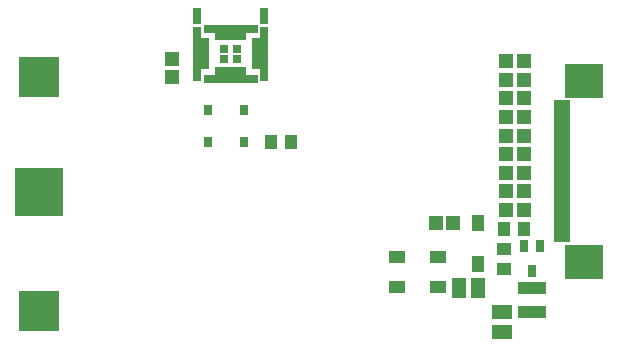
<source format=gtp>
G04*
G04 #@! TF.GenerationSoftware,Altium Limited,Altium Designer,25.2.1 (25)*
G04*
G04 Layer_Color=8421504*
%FSLAX44Y44*%
%MOMM*%
G71*
G04*
G04 #@! TF.SameCoordinates,08FEDEBF-EFD6-4BB9-9F50-9E33F9D93CBE*
G04*
G04*
G04 #@! TF.FilePolarity,Positive*
G04*
G01*
G75*
%ADD14R,4.1600X4.1600*%
%ADD15R,3.3800X3.3800*%
%ADD16R,1.1000X1.2000*%
G04:AMPARAMS|DCode=17|XSize=1.15mm|YSize=1.15mm|CornerRadius=0mm|HoleSize=0mm|Usage=FLASHONLY|Rotation=270.000|XOffset=0mm|YOffset=0mm|HoleType=Round|Shape=RoundedRectangle|*
%AMROUNDEDRECTD17*
21,1,1.1500,1.1500,0,0,270.0*
21,1,1.1500,1.1500,0,0,270.0*
1,1,0.0000,-0.5750,-0.5750*
1,1,0.0000,-0.5750,0.5750*
1,1,0.0000,0.5750,0.5750*
1,1,0.0000,0.5750,-0.5750*
%
%ADD17ROUNDEDRECTD17*%
%ADD18R,0.7000X0.7000*%
%ADD19R,0.6500X0.6500*%
%ADD20R,0.8000X0.8500*%
%ADD21R,1.2000X1.1000*%
%ADD22R,0.7500X1.0500*%
%ADD23R,2.4000X1.0500*%
%ADD24R,3.2000X2.9000*%
%ADD25R,1.4000X0.5000*%
%ADD26R,1.0000X1.3500*%
%ADD27R,1.3500X1.0000*%
%ADD28R,1.6700X1.1700*%
G04:AMPARAMS|DCode=29|XSize=1.15mm|YSize=1.15mm|CornerRadius=0mm|HoleSize=0mm|Usage=FLASHONLY|Rotation=0.000|XOffset=0mm|YOffset=0mm|HoleType=Round|Shape=RoundedRectangle|*
%AMROUNDEDRECTD29*
21,1,1.1500,1.1500,0,0,0.0*
21,1,1.1500,1.1500,0,0,0.0*
1,1,0.0000,0.5750,-0.5750*
1,1,0.0000,-0.5750,-0.5750*
1,1,0.0000,-0.5750,0.5750*
1,1,0.0000,0.5750,0.5750*
%
%ADD29ROUNDEDRECTD29*%
%ADD30R,1.1700X1.6700*%
D14*
X87884Y137414D02*
D03*
D15*
Y235204D02*
D03*
Y37084D02*
D03*
D16*
X284030Y180040D02*
D03*
X301030D02*
D03*
X498332Y106426D02*
D03*
X481332D02*
D03*
D17*
X200660Y235070D02*
D03*
Y250070D02*
D03*
D18*
X255084Y250124D02*
D03*
Y259124D02*
D03*
X244684D02*
D03*
Y250124D02*
D03*
D19*
X240134Y269494D02*
D03*
X246634D02*
D03*
X253134D02*
D03*
Y239744D02*
D03*
X246634D02*
D03*
X240134D02*
D03*
X230384Y275994D02*
D03*
X236884D02*
D03*
X243384D02*
D03*
X249884D02*
D03*
X256384D02*
D03*
X262884D02*
D03*
Y233244D02*
D03*
X256384D02*
D03*
X249884D02*
D03*
X243384D02*
D03*
X236884D02*
D03*
X230384D02*
D03*
X271784Y264374D02*
D03*
Y257874D02*
D03*
Y251374D02*
D03*
X278284Y274124D02*
D03*
Y267624D02*
D03*
Y261124D02*
D03*
Y254624D02*
D03*
Y248124D02*
D03*
X259634Y269494D02*
D03*
X269384Y275994D02*
D03*
X271784Y244874D02*
D03*
X278284Y290044D02*
D03*
Y283544D02*
D03*
Y241624D02*
D03*
Y235124D02*
D03*
X259634Y239744D02*
D03*
X269384Y233244D02*
D03*
X227984Y244874D02*
D03*
Y251374D02*
D03*
Y257874D02*
D03*
Y264374D02*
D03*
X221484Y235124D02*
D03*
Y241624D02*
D03*
Y248124D02*
D03*
Y254624D02*
D03*
Y261124D02*
D03*
Y267624D02*
D03*
Y274124D02*
D03*
Y283544D02*
D03*
Y290044D02*
D03*
D20*
X230620Y207264D02*
D03*
X261620D02*
D03*
X230620Y179764D02*
D03*
X261620D02*
D03*
D21*
X481610Y72790D02*
D03*
Y89790D02*
D03*
D22*
X504980Y70870D02*
D03*
X498480Y91870D02*
D03*
X511480D02*
D03*
D23*
X504880Y36110D02*
D03*
Y56610D02*
D03*
D24*
X549206Y231940D02*
D03*
Y78340D02*
D03*
D25*
X530606Y197640D02*
D03*
Y192640D02*
D03*
Y177640D02*
D03*
Y172640D02*
D03*
Y157640D02*
D03*
Y152640D02*
D03*
Y137640D02*
D03*
Y132640D02*
D03*
Y127640D02*
D03*
Y122640D02*
D03*
Y97640D02*
D03*
Y102640D02*
D03*
Y107640D02*
D03*
Y112640D02*
D03*
Y117640D02*
D03*
Y142640D02*
D03*
Y147640D02*
D03*
Y162640D02*
D03*
Y167640D02*
D03*
Y182640D02*
D03*
Y187640D02*
D03*
Y202640D02*
D03*
Y207640D02*
D03*
Y212640D02*
D03*
D26*
X459570Y76600D02*
D03*
Y111600D02*
D03*
D27*
X425810Y57470D02*
D03*
X390810D02*
D03*
X390870Y82950D02*
D03*
X425870D02*
D03*
D28*
X479450Y35910D02*
D03*
Y19310D02*
D03*
D29*
X438410Y111320D02*
D03*
X423410D02*
D03*
X498094Y248412D02*
D03*
X483094D02*
D03*
X498094Y232664D02*
D03*
X483094D02*
D03*
X498094Y216916D02*
D03*
X483094D02*
D03*
X498094Y201168D02*
D03*
X483094D02*
D03*
X498094Y185420D02*
D03*
X483094D02*
D03*
X498094Y169672D02*
D03*
X483094D02*
D03*
X498094Y153924D02*
D03*
X483094D02*
D03*
X482974Y138176D02*
D03*
X497974D02*
D03*
Y122428D02*
D03*
X482974D02*
D03*
D30*
X443060Y56820D02*
D03*
X459660D02*
D03*
M02*

</source>
